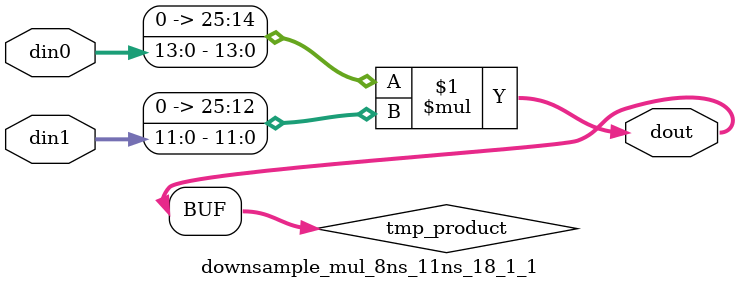
<source format=v>

`timescale 1 ns / 1 ps

  module downsample_mul_8ns_11ns_18_1_1(din0, din1, dout);
parameter ID = 1;
parameter NUM_STAGE = 0;
parameter din0_WIDTH = 14;
parameter din1_WIDTH = 12;
parameter dout_WIDTH = 26;

input [din0_WIDTH - 1 : 0] din0; 
input [din1_WIDTH - 1 : 0] din1; 
output [dout_WIDTH - 1 : 0] dout;

wire signed [dout_WIDTH - 1 : 0] tmp_product;










assign tmp_product = $signed({1'b0, din0}) * $signed({1'b0, din1});











assign dout = tmp_product;







endmodule

</source>
